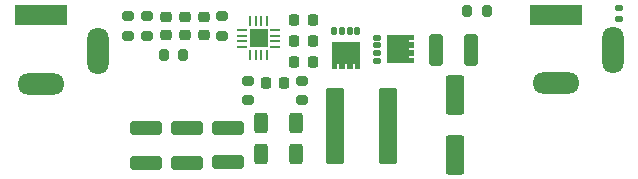
<source format=gbr>
%TF.GenerationSoftware,KiCad,Pcbnew,9.0.1*%
%TF.CreationDate,2025-07-19T16:42:16+10:00*%
%TF.ProjectId,starlink-apo-pcb,73746172-6c69-46e6-9b2d-61706f2d7063,rev?*%
%TF.SameCoordinates,Original*%
%TF.FileFunction,Soldermask,Top*%
%TF.FilePolarity,Negative*%
%FSLAX46Y46*%
G04 Gerber Fmt 4.6, Leading zero omitted, Abs format (unit mm)*
G04 Created by KiCad (PCBNEW 9.0.1) date 2025-07-19 16:42:16*
%MOMM*%
%LPD*%
G01*
G04 APERTURE LIST*
G04 Aperture macros list*
%AMRoundRect*
0 Rectangle with rounded corners*
0 $1 Rounding radius*
0 $2 $3 $4 $5 $6 $7 $8 $9 X,Y pos of 4 corners*
0 Add a 4 corners polygon primitive as box body*
4,1,4,$2,$3,$4,$5,$6,$7,$8,$9,$2,$3,0*
0 Add four circle primitives for the rounded corners*
1,1,$1+$1,$2,$3*
1,1,$1+$1,$4,$5*
1,1,$1+$1,$6,$7*
1,1,$1+$1,$8,$9*
0 Add four rect primitives between the rounded corners*
20,1,$1+$1,$2,$3,$4,$5,0*
20,1,$1+$1,$4,$5,$6,$7,0*
20,1,$1+$1,$6,$7,$8,$9,0*
20,1,$1+$1,$8,$9,$2,$3,0*%
%AMFreePoly0*
4,1,17,1.371000,0.720000,0.950000,0.720000,0.950000,0.580000,1.370000,0.580000,1.370000,0.080000,0.950000,0.080000,0.950000,-0.080000,1.370000,-0.080000,1.370000,-0.580000,0.950000,-0.580000,0.950000,-0.720000,1.370000,-0.720000,1.370000,-1.225000,-0.950000,-1.225000,-0.950000,1.225000,1.371000,1.225000,1.371000,0.720000,1.371000,0.720000,$1*%
G04 Aperture macros list end*
%ADD10RoundRect,0.250000X-0.325000X-1.100000X0.325000X-1.100000X0.325000X1.100000X-0.325000X1.100000X0*%
%ADD11RoundRect,0.250000X-0.550000X1.412500X-0.550000X-1.412500X0.550000X-1.412500X0.550000X1.412500X0*%
%ADD12RoundRect,0.200000X0.200000X0.275000X-0.200000X0.275000X-0.200000X-0.275000X0.200000X-0.275000X0*%
%ADD13RoundRect,0.147500X0.172500X-0.147500X0.172500X0.147500X-0.172500X0.147500X-0.172500X-0.147500X0*%
%ADD14R,4.400000X1.800000*%
%ADD15O,4.000000X1.800000*%
%ADD16O,1.800000X4.000000*%
%ADD17RoundRect,0.250000X0.312500X0.625000X-0.312500X0.625000X-0.312500X-0.625000X0.312500X-0.625000X0*%
%ADD18RoundRect,0.225000X-0.225000X-0.250000X0.225000X-0.250000X0.225000X0.250000X-0.225000X0.250000X0*%
%ADD19RoundRect,0.125000X-0.190000X-0.125000X0.190000X-0.125000X0.190000X0.125000X-0.190000X0.125000X0*%
%ADD20FreePoly0,0.000000*%
%ADD21RoundRect,0.225000X0.225000X0.250000X-0.225000X0.250000X-0.225000X-0.250000X0.225000X-0.250000X0*%
%ADD22RoundRect,0.125000X-0.125000X0.190000X-0.125000X-0.190000X0.125000X-0.190000X0.125000X0.190000X0*%
%ADD23FreePoly0,270.000000*%
%ADD24RoundRect,0.225000X0.250000X-0.225000X0.250000X0.225000X-0.250000X0.225000X-0.250000X-0.225000X0*%
%ADD25RoundRect,0.250000X-0.540000X-3.000000X0.540000X-3.000000X0.540000X3.000000X-0.540000X3.000000X0*%
%ADD26RoundRect,0.062500X-0.375000X-0.062500X0.375000X-0.062500X0.375000X0.062500X-0.375000X0.062500X0*%
%ADD27RoundRect,0.062500X-0.062500X-0.375000X0.062500X-0.375000X0.062500X0.375000X-0.062500X0.375000X0*%
%ADD28R,1.600000X1.600000*%
%ADD29RoundRect,0.200000X0.275000X-0.200000X0.275000X0.200000X-0.275000X0.200000X-0.275000X-0.200000X0*%
%ADD30RoundRect,0.200000X-0.275000X0.200000X-0.275000X-0.200000X0.275000X-0.200000X0.275000X0.200000X0*%
%ADD31RoundRect,0.200000X-0.200000X-0.275000X0.200000X-0.275000X0.200000X0.275000X-0.200000X0.275000X0*%
%ADD32RoundRect,0.250000X-1.100000X0.325000X-1.100000X-0.325000X1.100000X-0.325000X1.100000X0.325000X0*%
G04 APERTURE END LIST*
D10*
%TO.C,C4*%
X139825000Y-71200000D03*
X142775000Y-71200000D03*
%TD*%
D11*
%TO.C,C5*%
X141450000Y-75000000D03*
X141450000Y-80074998D03*
%TD*%
D12*
%TO.C,R9*%
X144125000Y-67900000D03*
X142475000Y-67900000D03*
%TD*%
D13*
%TO.C,D1*%
X155300000Y-68585000D03*
X155300000Y-67615000D03*
%TD*%
D14*
%TO.C,J2*%
X150000000Y-68200000D03*
D15*
X150000000Y-74000000D03*
D16*
X154800000Y-71200000D03*
%TD*%
D17*
%TO.C,R3*%
X127962500Y-77400000D03*
X125037500Y-77400000D03*
%TD*%
D18*
%TO.C,C10*%
X127825000Y-70400000D03*
X129375000Y-70400000D03*
%TD*%
D19*
%TO.C,Q1*%
X134800000Y-70140001D03*
X134800000Y-70780001D03*
X134800000Y-71440001D03*
X134800000Y-72080001D03*
D20*
X136625000Y-71110001D03*
%TD*%
D21*
%TO.C,C1*%
X126975000Y-74000000D03*
X125425000Y-74000000D03*
%TD*%
D22*
%TO.C,Q2*%
X133159999Y-69600000D03*
X132519999Y-69600000D03*
X131859999Y-69600000D03*
X131219999Y-69600000D03*
D23*
X132189999Y-71425000D03*
%TD*%
D18*
%TO.C,C2*%
X127825000Y-68600000D03*
X129375000Y-68600000D03*
%TD*%
%TO.C,C9*%
X127825000Y-72200000D03*
X129375000Y-72200000D03*
%TD*%
D24*
%TO.C,C11*%
X116945160Y-69925000D03*
X116945160Y-68375000D03*
%TD*%
D25*
%TO.C,L1*%
X131240000Y-77600000D03*
X135760000Y-77600000D03*
%TD*%
D26*
%TO.C,U1*%
X123362500Y-69450000D03*
X123362500Y-69950000D03*
X123362500Y-70450000D03*
X123362500Y-70950000D03*
D27*
X124050000Y-71637500D03*
X124550000Y-71637500D03*
X125050000Y-71637500D03*
X125550000Y-71637500D03*
D26*
X126237500Y-70950000D03*
X126237500Y-70450000D03*
X126237500Y-69950000D03*
X126237500Y-69450000D03*
D27*
X125550000Y-68762500D03*
X125050000Y-68762500D03*
X124550000Y-68762500D03*
X124050000Y-68762500D03*
D28*
X124800000Y-70200000D03*
%TD*%
D29*
%TO.C,R8*%
X121745160Y-69975000D03*
X121745160Y-68325000D03*
%TD*%
D30*
%TO.C,R4*%
X113745160Y-68330266D03*
X113745160Y-69980266D03*
%TD*%
D14*
%TO.C,J1*%
X106400000Y-68250000D03*
D15*
X106400000Y-74050000D03*
D16*
X111200000Y-71250000D03*
%TD*%
D24*
%TO.C,C12*%
X118545160Y-69925000D03*
X118545160Y-68375000D03*
%TD*%
%TO.C,C13*%
X120145160Y-69925000D03*
X120145160Y-68375000D03*
%TD*%
D30*
%TO.C,R1*%
X123900000Y-73775000D03*
X123900000Y-75425000D03*
%TD*%
D31*
%TO.C,R7*%
X116775000Y-71572508D03*
X118425000Y-71572508D03*
%TD*%
D32*
%TO.C,C8*%
X115250000Y-77774999D03*
X115250000Y-80725001D03*
%TD*%
%TO.C,C6*%
X122250000Y-77750000D03*
X122250000Y-80700002D03*
%TD*%
D30*
%TO.C,R2*%
X128500000Y-73775000D03*
X128500000Y-75425000D03*
%TD*%
D17*
%TO.C,R5*%
X127962500Y-80000000D03*
X125037500Y-80000000D03*
%TD*%
D32*
%TO.C,C7*%
X118750000Y-77774999D03*
X118750000Y-80725001D03*
%TD*%
D29*
%TO.C,R6*%
X115345160Y-69975000D03*
X115345160Y-68325000D03*
%TD*%
M02*

</source>
